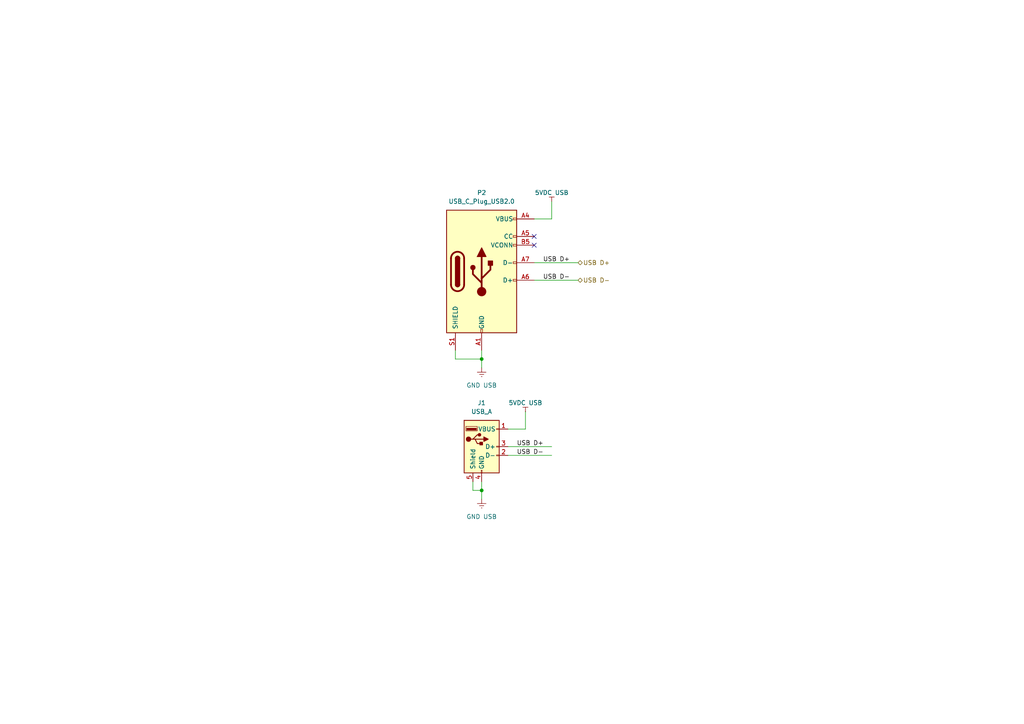
<source format=kicad_sch>
(kicad_sch (version 20231120) (generator "eeschema") (generator_version "8.0")
  (paper "A4")
  (lib_symbols
    (symbol "Connector:USB_A" (pin_names (offset 1.016))
      (property "Reference" "J" (at -5.08 11.43 0))
      (property "Value" "USB_A" (at -5.08 8.89 0))
      (symbol "USB_A_0_1"
        (rectangle (start -5.08 -7.62) (end 5.08 7.62) (stroke (width 0.254)) (fill (type background)))
        (circle (center -3.81 2.159) (radius 0.635) (stroke (width 0.254)) (fill (type outline)))
        (rectangle (start -1.524 4.826) (end -4.318 5.334) (fill (type outline)))
        (rectangle (start -1.27 4.572) (end -4.572 5.842))
        (circle (center -0.635 3.429) (radius 0.381) (stroke (width 0.254)) (fill (type outline)))
        (rectangle (start -0.127 -7.62) (end 0.127 -6.858))
        (polyline (pts (xy -3.175 2.159) (xy -2.54 2.159) (xy -1.27 3.429) (xy -0.635 3.429)) (stroke (width 0.254)))
        (polyline (pts (xy -2.54 2.159) (xy -1.905 2.159) (xy -1.27 0.889) (xy 0 0.889)) (stroke (width 0.254)))
        (polyline (pts (xy 0.635 2.794) (xy 0.635 1.524) (xy 1.905 2.159) (xy 0.635 2.794)) (stroke (width 0.254)) (fill (type outline)))
        (rectangle (start 0.254 1.27) (end -0.508 0.508) (stroke (width 0.254)) (fill (type outline)))
        (rectangle (start 5.08 -2.667) (end 4.318 -2.413))
        (rectangle (start 5.08 -0.127) (end 4.318 0.127))
        (rectangle (start 5.08 4.953) (end 4.318 5.207))
      )
      (symbol "USB_A_1_1"
        (polyline (pts (xy -1.905 2.159) (xy 0.635 2.159)) (stroke (width 0.254)))
        (pin power_in line (at 7.62 5.08 180) (length 2.54) (name "VBUS") (number "1"))
        (pin bidirectional line (at 7.62 -2.54 180) (length 2.54) (name "D-") (number "2"))
        (pin bidirectional line (at 7.62 0 180) (length 2.54) (name "D+") (number "3"))
        (pin power_in line (at 0 -10.16 90) (length 2.54) (name "GND") (number "4"))
        (pin passive line (at -2.54 -10.16 90) (length 2.54) (name "Shield") (number "5"))
      )
    )
    (symbol "Connector:USB_C_Plug_USB2.0" (pin_names (offset 1.016))
      (property "Reference" "P" (at -10.16 19.05 0))
      (property "Value" "USB_C_Plug_USB2.0" (at 12.7 19.05 0))
      (symbol "USB_C_Plug_USB2.0_0_0"
        (rectangle (start -0.254 -17.78) (end 0.254 -16.764))
        (rectangle (start 10.16 -2.286) (end 9.144 -2.794))
        (rectangle (start 10.16 2.794) (end 9.144 2.286))
        (rectangle (start 10.16 7.874) (end 9.144 7.366))
        (rectangle (start 10.16 10.414) (end 9.144 9.906))
        (rectangle (start 10.16 15.494) (end 9.144 14.986))
      )
      (symbol "USB_C_Plug_USB2.0_0_1"
        (rectangle (start -10.16 17.78) (end 10.16 -17.78) (stroke (width 0.254)) (fill (type background)))
        (arc (start -8.89 -3.81) (mid -6.985 -5.7067) (end -5.08 -3.81) (stroke (width 0.508)))
        (arc (start -7.62 -3.81) (mid -6.985 -4.4423) (end -6.35 -3.81) (stroke (width 0.254)))
        (arc (start -7.62 -3.81) (mid -6.985 -4.4423) (end -6.35 -3.81) (stroke (width 0.254)) (fill (type outline)))
        (rectangle (start -7.62 -3.81) (end -6.35 3.81) (stroke (width 0.254)) (fill (type outline)))
        (arc (start -6.35 3.81) (mid -6.985 4.4423) (end -7.62 3.81) (stroke (width 0.254)))
        (arc (start -6.35 3.81) (mid -6.985 4.4423) (end -7.62 3.81) (stroke (width 0.254)) (fill (type outline)))
        (arc (start -5.08 3.81) (mid -6.985 5.7067) (end -8.89 3.81) (stroke (width 0.508)))
        (circle (center -2.54 1.143) (radius 0.635) (stroke (width 0.254)) (fill (type outline)))
        (circle (center 0 -5.842) (radius 1.27) (fill (type outline)))
        (polyline (pts (xy -8.89 -3.81) (xy -8.89 3.81)) (stroke (width 0.508)))
        (polyline (pts (xy -5.08 3.81) (xy -5.08 -3.81)) (stroke (width 0.508)))
        (polyline (pts (xy 0 -5.842) (xy 0 4.318)) (stroke (width 0.508)))
        (polyline (pts (xy 0 -3.302) (xy -2.54 -0.762) (xy -2.54 0.508)) (stroke (width 0.508)))
        (polyline (pts (xy 0 -2.032) (xy 2.54 0.508) (xy 2.54 1.778)) (stroke (width 0.508)))
        (polyline (pts (xy -1.27 4.318) (xy 0 6.858) (xy 1.27 4.318) (xy -1.27 4.318)) (stroke (width 0.254)) (fill (type outline)))
        (rectangle (start 1.905 1.778) (end 3.175 3.048) (stroke (width 0.254)) (fill (type outline)))
      )
      (symbol "USB_C_Plug_USB2.0_1_1"
        (pin passive line (at 0 -22.86 90) (length 5.08) (name "GND") (number "A1"))
        (pin passive line (at 0 -22.86 90) (length 5.08) hide (name "GND") (number "A12"))
        (pin passive line (at 15.24 15.24 180) (length 5.08) (name "VBUS") (number "A4"))
        (pin bidirectional line (at 15.24 10.16 180) (length 5.08) (name "CC") (number "A5"))
        (pin bidirectional line (at 15.24 -2.54 180) (length 5.08) (name "D+") (number "A6"))
        (pin bidirectional line (at 15.24 2.54 180) (length 5.08) (name "D-") (number "A7"))
        (pin passive line (at 15.24 15.24 180) (length 5.08) hide (name "VBUS") (number "A9"))
        (pin passive line (at 0 -22.86 90) (length 5.08) hide (name "GND") (number "B1"))
        (pin passive line (at 0 -22.86 90) (length 5.08) hide (name "GND") (number "B12"))
        (pin passive line (at 15.24 15.24 180) (length 5.08) hide (name "VBUS") (number "B4"))
        (pin bidirectional line (at 15.24 7.62 180) (length 5.08) (name "VCONN") (number "B5"))
        (pin passive line (at 15.24 15.24 180) (length 5.08) hide (name "VBUS") (number "B9"))
        (pin passive line (at -7.62 -22.86 90) (length 5.08) (name "SHIELD") (number "S1"))
      )
    )
    (symbol "Prototype Schematic Symbols - Isolated ComPort:5VDC" (power) (pin_numbers hide) (pin_names (offset 0) hide)
      (property "Value" "5VDC" (at 0 2.54 0))
      (symbol "5VDC_0_0"
        (pin power_in line (at 0 0 90) (length 0) (name "~") (number "1"))
      )
      (symbol "5VDC_0_1"
        (polyline (pts (xy 0 0) (xy 0 1.27) (xy 0.762 1.27) (xy 0 1.27) (xy -0.762 1.27) (xy 0 1.27)) (fill (type outline)))
      )
    )
    (symbol "power:Earth" (power) (pin_numbers hide) (pin_names (offset 0) hide)
      (property "Value" "Earth" (at 0 -3.81 0))
      (symbol "Earth_0_1"
        (polyline (pts (xy -0.635 -1.905) (xy 0.635 -1.905)))
        (polyline (pts (xy -0.127 -2.54) (xy 0.127 -2.54)))
        (polyline (pts (xy 0 -1.27) (xy 0 0)))
        (polyline (pts (xy 1.27 -1.27) (xy -1.27 -1.27)))
      )
      (symbol "Earth_1_1"
        (pin power_in line (at 0 0 270) (length 0) (name "~") (number "1"))
      )
    )
  )
  (junction (at 139.7 142.24))
  (junction (at 139.7 104.14))
  (no_connect (at 154.94 68.58))
  (no_connect (at 154.94 71.12))
  (wire (pts (xy 152.4 124.46) (xy 152.4 119.38)))
  (wire (pts (xy 132.08 104.14) (xy 139.7 104.14)))
  (wire (pts (xy 160.02 132.08) (xy 147.32 132.08)))
  (wire (pts (xy 160.02 129.54) (xy 147.32 129.54)))
  (wire (pts (xy 147.32 124.46) (xy 152.4 124.46)))
  (wire (pts (xy 167.64 81.28) (xy 154.94 81.28)))
  (wire (pts (xy 154.94 63.5) (xy 160.02 63.5)))
  (wire (pts (xy 139.7 142.24) (xy 139.7 144.78)))
  (wire (pts (xy 167.64 76.2) (xy 154.94 76.2)))
  (wire (pts (xy 137.16 139.7) (xy 137.16 142.24)))
  (wire (pts (xy 137.16 142.24) (xy 139.7 142.24)))
  (wire (pts (xy 139.7 101.6) (xy 139.7 104.14)))
  (wire (pts (xy 160.02 63.5) (xy 160.02 58.42)))
  (wire (pts (xy 139.7 139.7) (xy 139.7 142.24)))
  (wire (pts (xy 132.08 101.6) (xy 132.08 104.14)))
  (wire (pts (xy 139.7 104.14) (xy 139.7 106.68)))
  (label "USB D-" (at 157.48 81.28 0))
  (label "USB D-" (at 149.86 132.08 0))
  (label "USB D+" (at 149.86 129.54 0))
  (label "USB D+" (at 157.48 76.2 0))
  (hierarchical_label "USB D+" (shape bidirectional) (at 167.64 76.2 0))
  (hierarchical_label "USB D-" (shape bidirectional) (at 167.64 81.28 0))
  (symbol (lib_id "power:Earth") (at 139.7 144.78 0) (unit 1)
    (property "Reference" "#PWR01" (effects (hide yes)))
    (property "Value" "GND USB" (at 139.7 149.86 0))
    (property "Description" "Power symbol creates a global label with name \"Earth\"" (effects (hide yes)))
  )
  (symbol (lib_id "Prototype Schematic Symbols - Isolated ComPort:5VDC") (at 160.02 58.42 0) (unit 1)
    (property "Reference" "#PWR03" (effects (hide yes)))
    (property "Value" "5VDC USB" (at 160.02 55.88 0))
    (property "Description" "Power symbol creates a global label with name \"5VDC\"" (effects (hide yes)))
  )
  (symbol (lib_id "Connector:USB_A") (at 139.7 129.54 0) (unit 1)
    (property "Reference" "J1" (at 139.7 116.84 0))
    (property "Value" "USB_A" (at 139.7 119.38 0))
    (property "Datasheet" " ~" (effects (hide yes)))
    (property "Description" "USB Type A connector" (effects (hide yes)))
  )
  (symbol (lib_id "Connector:USB_C_Plug_USB2.0") (at 139.7 78.74 0) (unit 1)
    (property "Reference" "P2" (at 139.7 55.88 0))
    (property "Value" "USB_C_Plug_USB2.0" (at 139.7 58.42 0))
    (property "Datasheet" "https://www.usb.org/sites/default/files/documents/usb_type-c.zip" (effects (hide yes)))
    (property "Description" "USB 2.0-only Type-C Plug connector" (effects (hide yes)))
  )
  (symbol (lib_id "Prototype Schematic Symbols - Isolated ComPort:5VDC") (at 152.4 119.38 0) (unit 1)
    (property "Reference" "#PWR02" (effects (hide yes)))
    (property "Value" "5VDC USB" (at 152.4 116.84 0))
    (property "Description" "Power symbol creates a global label with name \"5VDC\"" (effects (hide yes)))
  )
  (symbol (lib_id "power:Earth") (at 139.7 106.68 0) (unit 1)
    (property "Reference" "#PWR04" (effects (hide yes)))
    (property "Value" "GND USB" (at 139.7 111.76 0))
    (property "Description" "Power symbol creates a global label with name \"Earth\"" (effects (hide yes)))
  )
)
</source>
